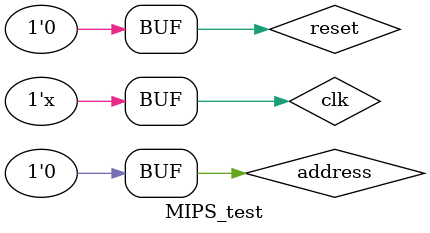
<source format=v>
`timescale 1ns / 1ps
module MIPS_test();
    reg clk;
    reg reset;
    reg address;
    wire [3:0]state;
    wire [31:0]RD;
    wire [31:0]Adr;
    wire ALUSrcA;
    wire [2:0]ALUSrcB;
    wire [31:0]ALUResult;
    wire [31:0]SrcA;
    wire [31:0]SrcB;
    wire [1:0]PCSrc;
    wire MemWrite;
    wire [31:0]WD;
    wire [31:0]PC_;
    wire lorD;
    wire [31:0]ALUOut;
    wire PCEn;
    wire [31:0]PC;
    wire [31:0]Adr_temp;
    wire MemtoReg;
    wire [31:0]WD3;
    wire [31:0]Data;
    wire [31:0]B;
    wire [31:0]RD1;
    wire [31:0]RD2;
    wire [4:0]A1;
    wire [4:0]A2;
    wire [4:0]A3;
    wire RegWrite;
    wire [31:0]data_;
    
    initial begin
        clk = 0;
        address = 0;
        #5 reset = 1;
        #50 reset = 0;
    end
    
    always begin
        #50;
        clk = ~clk;
    end
    
    always begin
        #60;
        address = 1;
        #50;
        address = 0;
        //PC = 32'd4;
        #340;
        address = 1;
        #100;
        address = 0;
        //PC = 32'd8;
        #300;
        address = 1;
        #100;
        address = 0;
        //PC = 32'd12;
        #400;
        address = 1;
        #100;
        address = 0;
        #300;
        address = 1;
        #100;
        address = 0;
        #300;
        address = 1;
        #100;
        address = 0;
        #300;
        address = 1;
        #100;
        address = 0;
        #200;
    end
    
    MIPS dut(clk,reset,address,state,RD,Adr,ALUSrcA,ALUSrcB,ALUResult,SrcA,SrcB,PCSrc,MemWrite,WD,PC_,lorD,ALUOut,PCEn,PC,Adr_temp,MemtoReg,WD3,Data,B,RD1,RD2,A1,A2,A3,RegWrite,data_);
endmodule

</source>
